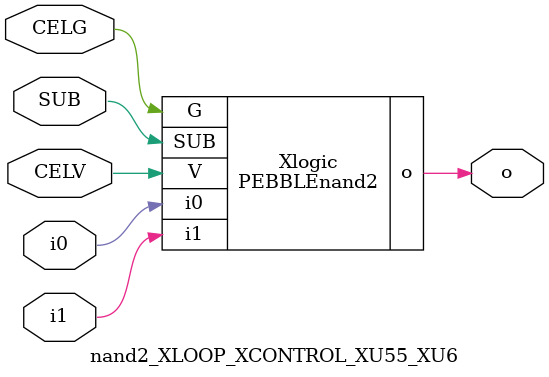
<source format=v>



module PEBBLEnand2 ( o, G, SUB, V, i0, i1 );

  input i0;
  input V;
  input i1;
  input G;
  output o;
  input SUB;
endmodule

//Celera Confidential Do Not Copy nand2_XLOOP_XCONTROL_XU55_XU6
//Celera Confidential Symbol Generator
//5V NAND2
module nand2_XLOOP_XCONTROL_XU55_XU6 (CELV,CELG,i0,i1,o,SUB);
input CELV;
input CELG;
input i0;
input i1;
input SUB;
output o;

//Celera Confidential Do Not Copy nand2
PEBBLEnand2 Xlogic(
.V (CELV),
.i0 (i0),
.i1 (i1),
.o (o),
.SUB (SUB),
.G (CELG)
);
//,diesize,PEBBLEnand2

//Celera Confidential Do Not Copy Module End
//Celera Schematic Generator
endmodule

</source>
